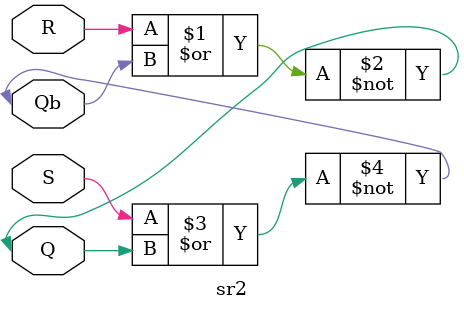
<source format=v>
module sr2(S,R,Q,Qb);
input S,R;
inout Q,Qb;
nor N1(Q,R,Qb);
nor N2(Qb,S,Q);
endmodule
</source>
